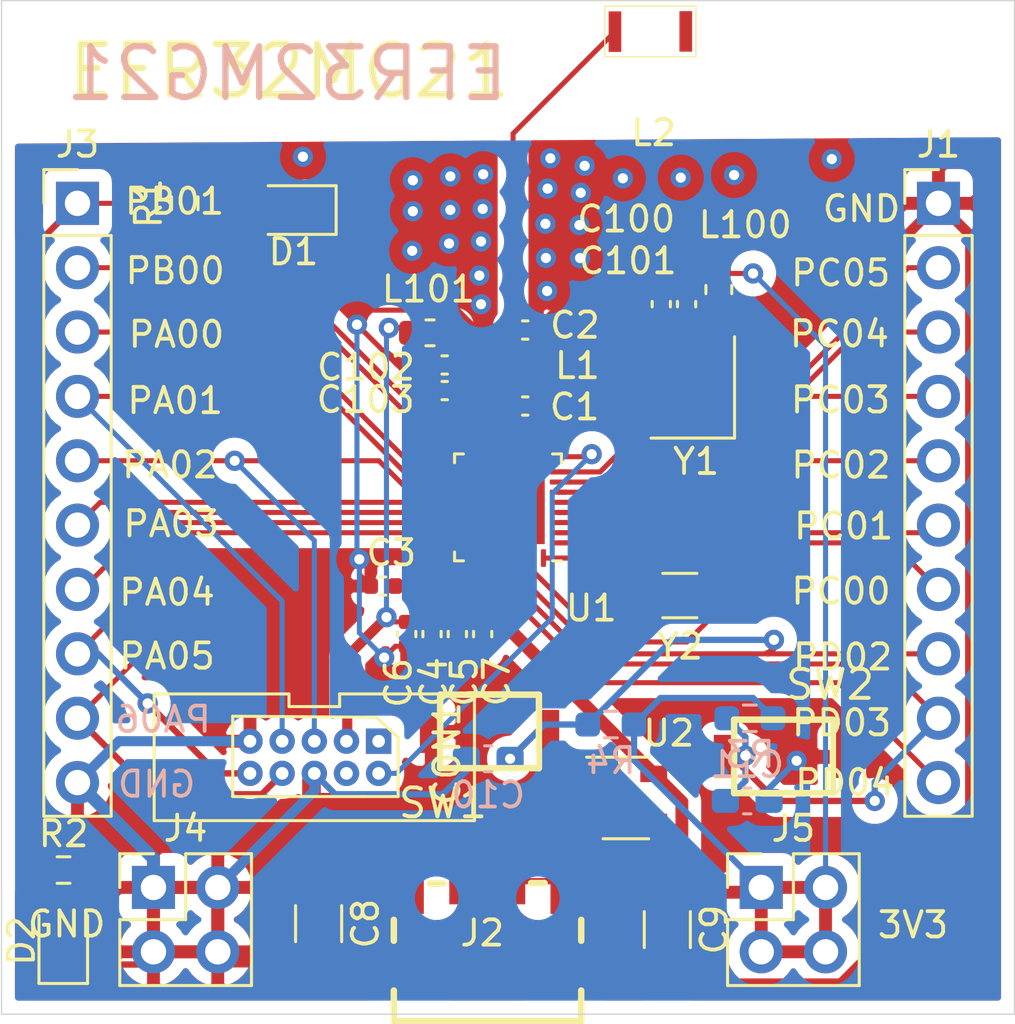
<source format=kicad_pcb>
(kicad_pcb (version 20171130) (host pcbnew "(5.1.12-1-10_14)")
  (layers (0 F.Cu signal) (31 B.Cu signal) (34 B.Paste user) (35 F.Paste user) (36 B.SilkS user) (37 F.SilkS user) (38 B.Mask user) (39 F.Mask user) (44 Edge.Cuts user))
  (net 0 "")
  (net 1 "Net-(U1-Pad32)")
  (net 2 "Net-(U1-Pad31)")
  (net 3 "Net-(U1-Pad8)")
  (net 4 "Net-(U1-Pad7)")
  (net 5 GND)
  (net 6 +3V3)
  (net 7 "Net-(C3-Pad2)")
  (net 8 "Net-(C1-Pad2)")
  (net 9 "Net-(C2-Pad2)")
  (net 10 "Net-(C100-Pad1)")
  (net 11 "Net-(C102-Pad2)")
  (net 12 PD02)
  (net 13 PD03)
  (net 14 PD04)
  (net 15 PA06)
  (net 16 PA05)
  (net 17 PA04)
  (net 18 PA03)
  (net 19 PA02)
  (net 20 PA01)
  (net 21 PA00)
  (net 22 PB00)
  (net 23 PB01)
  (net 24 RESETn)
  (net 25 PC05)
  (net 26 PC04)
  (net 27 PC03)
  (net 28 PC02)
  (net 29 PC01)
  (net 30 PC00)
  (net 31 "Net-(CON1-Pad4)")
  (net 32 "Net-(CON1-Pad1)")
  (net 33 "Net-(J2-Pad2)")
  (net 34 "Net-(J2-Pad3)")
  (net 35 "Net-(J2-Pad4)")
  (net 36 "Net-(U2-Pad4)")
  (net 37 "Net-(C8-Pad1)")
  (net 38 "Net-(D1-Pad2)")
  (net 39 "Net-(D2-Pad2)")
  (module Capacitor_SMD:C_0603_1608Metric_Pad1.08x0.95mm_HandSolder (layer B.Cu) (at 159.44596 111.58474 180)
    (fp_text reference C11 (at 0 1.43 180) (layer B.SilkS) (effects (justify mirror)))
    (fp_text value C)
    (pad 2 smd roundrect (at 0.8625 0 180) (size 1.075 0.95) (layers B.Cu B.Paste B.Mask) (net 13 PD03))
    (pad 1 smd roundrect (at -0.8625 0 180) (size 1.075 0.95) (layers B.Cu B.Paste B.Mask) (net 5 GND))
  )
  (module Capacitor_SMD:C_0603_1608Metric_Pad1.08x0.95mm_HandSolder (layer B.Cu) (at 149.21992 109.92104)
    (fp_text reference C10 (at 0 1.43) (layer B.SilkS) (effects (justify mirror)))
    (fp_text value C)
    (pad 2 smd roundrect (at 0.8625 0) (size 1.075 0.95) (layers B.Cu B.Paste B.Mask) (net 12 PD02))
    (pad 1 smd roundrect (at -0.8625 0) (size 1.075 0.95) (layers B.Cu B.Paste B.Mask) (net 5 GND))
  )
  (module mybays_connector:turtlekey (layer F.Cu) (at 160.87852 109.82706)
    (fp_text reference SW2 (at 0 -2.830322) (layer F.SilkS) (effects (font (size 1.143 1.143) (thickness 0.1524)) (justify left)))
    (fp_text value SW_Push)
    (pad 1 smd rect (at -2.29997 0) (size 0.899998 1.699997) (layers F.Cu F.Paste F.Mask) (net 13 PD03))
    (pad 2 smd rect (at 2.29997 0) (size 0.899998 1.699997) (layers F.Cu F.Paste F.Mask) (net 5 GND))
  )
  (module mybays_connector:turtlekey (layer F.Cu) (at 149.27072 108.84154 180)
    (fp_text reference SW1 (at 0 -2.830322) (layer F.SilkS) (effects (font (size 1.143 1.143) (thickness 0.1524)) (justify right)))
    (fp_text value SW_Push)
    (pad 1 smd rect (at -2.29997 0 180) (size 0.899998 1.699997) (layers F.Cu F.Paste F.Mask) (net 12 PD02))
    (pad 2 smd rect (at 2.29997 0 180) (size 0.899998 1.699997) (layers F.Cu F.Paste F.Mask) (net 5 GND))
  )
  (module Resistor_SMD:R_0603_1608Metric_Pad0.98x0.95mm_HandSolder (layer B.Cu) (at 154.0637 108.56976)
    (fp_text reference R4 (at 0 1.43) (layer B.SilkS) (effects (justify mirror)))
    (fp_text value R_US)
    (pad 2 smd roundrect (at 0.9125 0) (size 0.975 0.95) (layers B.Cu B.Paste B.Mask) (net 6 +3V3))
    (pad 1 smd roundrect (at -0.9125 0) (size 0.975 0.95) (layers B.Cu B.Paste B.Mask) (net 12 PD02))
  )
  (module Resistor_SMD:R_0603_1608Metric_Pad0.98x0.95mm_HandSolder (layer B.Cu) (at 159.5501 108.32338)
    (fp_text reference R3 (at 0 1.43 180) (layer B.SilkS) (effects (justify mirror)))
    (fp_text value R_US)
    (pad 2 smd roundrect (at 0.9125 0) (size 0.975 0.95) (layers B.Cu B.Paste B.Mask) (net 6 +3V3))
    (pad 1 smd roundrect (at -0.9125 0) (size 0.975 0.95) (layers B.Cu B.Paste B.Mask) (net 13 PD03))
  )
  (module Resistor_SMD:R_0603_1608Metric_Pad0.98x0.95mm_HandSolder (layer F.Cu) (at 132.45084 114.3127)
    (fp_text reference R2 (at 0 -1.43) (layer F.SilkS))
    (fp_text value R_US)
    (pad 2 smd roundrect (at 0.9125 0) (size 0.975 0.95) (layers F.Cu F.Paste F.Mask) (net 39 "Net-(D2-Pad2)"))
    (pad 1 smd roundrect (at -0.9125 0) (size 0.975 0.95) (layers F.Cu F.Paste F.Mask) (net 23 PB01))
  )
  (module Resistor_SMD:R_0603_1608Metric_Pad0.98x0.95mm_HandSolder (layer F.Cu) (at 137.2362 87.9983 90)
    (fp_text reference R1 (at 0 -1.43 90) (layer F.SilkS))
    (fp_text value R_US)
    (pad 2 smd roundrect (at 0.9125 0 90) (size 0.975 0.95) (layers F.Cu F.Paste F.Mask) (net 38 "Net-(D1-Pad2)"))
    (pad 1 smd roundrect (at -0.9125 0 90) (size 0.975 0.95) (layers F.Cu F.Paste F.Mask) (net 22 PB00))
  )
  (module LED_SMD:LED_0805_2012Metric (layer F.Cu) (at 132.43814 117.10416 90)
    (fp_text reference D2 (at 0 -1.65 90) (layer F.SilkS))
    (fp_text value LED)
    (pad 2 smd roundrect (at 0.9375 0 90) (size 0.975 1.4) (layers F.Cu F.Paste F.Mask) (net 39 "Net-(D2-Pad2)"))
    (pad 1 smd roundrect (at -0.9375 0 90) (size 0.975 1.4) (layers F.Cu F.Paste F.Mask) (net 5 GND))
  )
  (module LED_SMD:LED_0805_2012Metric (layer F.Cu) (at 141.52856 88.265 180)
    (fp_text reference D1 (at 0 -1.65) (layer F.SilkS))
    (fp_text value LED)
    (pad 2 smd roundrect (at 0.9375 0 180) (size 0.975 1.4) (layers F.Cu F.Paste F.Mask) (net 38 "Net-(D1-Pad2)"))
    (pad 1 smd roundrect (at -0.9375 0 180) (size 0.975 1.4) (layers F.Cu F.Paste F.Mask) (net 5 GND))
  )
  (module Capacitor_SMD:C_1206_3216Metric (layer F.Cu) (at 156.29128 116.66474 270)
    (fp_text reference C9 (at 0 -1.85 90) (layer F.SilkS))
    (fp_text value C)
    (pad 2 smd roundrect (at 1.475 0 270) (size 1.15 1.8) (layers F.Cu F.Paste F.Mask) (roundrect_rratio 0.2173904347826087) (net 5 GND))
    (pad 1 smd roundrect (at -1.475 0 270) (size 1.15 1.8) (layers F.Cu F.Paste F.Mask) (roundrect_rratio 0.2173904347826087) (net 6 +3V3))
  )
  (module Capacitor_SMD:C_1206_3216Metric (layer F.Cu) (at 142.52194 116.42852 270)
    (fp_text reference C8 (at 0 -1.85 90) (layer F.SilkS))
    (fp_text value C)
    (pad 2 smd roundrect (at 1.475 0 270) (size 1.15 1.8) (layers F.Cu F.Paste F.Mask) (roundrect_rratio 0.2173904347826087) (net 5 GND))
    (pad 1 smd roundrect (at -1.475 0 270) (size 1.15 1.8) (layers F.Cu F.Paste F.Mask) (roundrect_rratio 0.2173904347826087) (net 37 "Net-(C8-Pad1)"))
  )
  (module Connector_PinHeader_2.54mm:PinHeader_2x02_P2.54mm_Vertical (layer F.Cu) (at 160 115)
    (fp_text reference J5 (at 1.27 -2.33) (layer F.SilkS))
    (fp_text value Conn_02x02_Counter_Clockwise)
    (pad 4 thru_hole oval (at 2.54 2.54) (size 1.7 1.7) (drill 1) (layers *.Cu *.Mask) (net 6 +3V3))
    (pad 3 thru_hole oval (at 0 2.54) (size 1.7 1.7) (drill 1) (layers *.Cu *.Mask) (net 6 +3V3))
    (pad 2 thru_hole oval (at 2.54 0) (size 1.7 1.7) (drill 1) (layers *.Cu *.Mask) (net 6 +3V3))
    (pad 1 thru_hole rect (at 0 0) (size 1.7 1.7) (drill 1) (layers *.Cu *.Mask) (net 6 +3V3))
  )
  (module Connector_PinHeader_2.54mm:PinHeader_2x02_P2.54mm_Vertical (layer F.Cu) (at 136 115)
    (fp_text reference J4 (at 1.27 -2.33) (layer F.SilkS))
    (fp_text value Conn_02x02_Counter_Clockwise)
    (pad 4 thru_hole oval (at 2.54 2.54) (size 1.7 1.7) (drill 1) (layers *.Cu *.Mask) (net 5 GND))
    (pad 3 thru_hole oval (at 0 2.54) (size 1.7 1.7) (drill 1) (layers *.Cu *.Mask) (net 5 GND))
    (pad 2 thru_hole oval (at 2.54 0) (size 1.7 1.7) (drill 1) (layers *.Cu *.Mask) (net 5 GND))
    (pad 1 thru_hole rect (at 0 0) (size 1.7 1.7) (drill 1) (layers *.Cu *.Mask) (net 5 GND))
  )
  (module Connector_PinHeader_2.54mm:PinHeader_1x10_P2.54mm_Vertical (layer F.Cu) (at 133 88)
    (fp_text reference J3 (at 0 -2.33) (layer F.SilkS))
    (fp_text value Conn_01x10)
    (pad 10 thru_hole oval (at 0 22.86) (size 1.7 1.7) (drill 1) (layers *.Cu *.Mask) (net 5 GND))
    (pad 9 thru_hole oval (at 0 20.32) (size 1.7 1.7) (drill 1) (layers *.Cu *.Mask) (net 15 PA06))
    (pad 8 thru_hole oval (at 0 17.78) (size 1.7 1.7) (drill 1) (layers *.Cu *.Mask) (net 16 PA05))
    (pad 7 thru_hole oval (at 0 15.24) (size 1.7 1.7) (drill 1) (layers *.Cu *.Mask) (net 17 PA04))
    (pad 6 thru_hole oval (at 0 12.7) (size 1.7 1.7) (drill 1) (layers *.Cu *.Mask) (net 18 PA03))
    (pad 5 thru_hole oval (at 0 10.16) (size 1.7 1.7) (drill 1) (layers *.Cu *.Mask) (net 19 PA02))
    (pad 4 thru_hole oval (at 0 7.62) (size 1.7 1.7) (drill 1) (layers *.Cu *.Mask) (net 20 PA01))
    (pad 3 thru_hole oval (at 0 5.08) (size 1.7 1.7) (drill 1) (layers *.Cu *.Mask) (net 21 PA00))
    (pad 2 thru_hole oval (at 0 2.54) (size 1.7 1.7) (drill 1) (layers *.Cu *.Mask) (net 22 PB00))
    (pad 1 thru_hole rect (at 0 0) (size 1.7 1.7) (drill 1) (layers *.Cu *.Mask) (net 23 PB01))
  )
  (module Package_TO_SOT_SMD:SOT-23-5 (layer F.Cu) (at 154.65552 111.4679)
    (fp_text reference U2 (at 1.69418 -2.55524) (layer F.SilkS))
    (fp_text value TLV70033_SOT23-5)
    (pad 5 smd rect (at 1.1 -0.95) (size 1.06 0.65) (layers F.Cu F.Paste F.Mask) (net 6 +3V3))
    (pad 4 smd rect (at 1.1 0.95) (size 1.06 0.65) (layers F.Cu F.Paste F.Mask) (net 36 "Net-(U2-Pad4)"))
    (pad 3 smd rect (at -1.1 0.95) (size 1.06 0.65) (layers F.Cu F.Paste F.Mask) (net 37 "Net-(C8-Pad1)"))
    (pad 2 smd rect (at -1.1 0) (size 1.06 0.65) (layers F.Cu F.Paste F.Mask) (net 5 GND))
    (pad 1 smd rect (at -1.1 -0.95) (size 1.06 0.65) (layers F.Cu F.Paste F.Mask) (net 37 "Net-(C8-Pad1)"))
  )
  (module mybays_connector:MICRO-USB_MICRO-USB-17 (layer F.Cu) (at 149.17674 116.42598 180)
    (fp_text reference J2 (at 0.19304 -0.37592) (layer F.SilkS))
    (fp_text value microusb)
    (pad 0 smd rect (at 3.24993 1.080516 180) (size 1.499997 1.400048) (layers F.Cu F.Paste F.Mask) (net 5 GND))
    (pad 0 smd rect (at -3.24993 1.080516 180) (size 1.499997 1.400048) (layers F.Cu F.Paste F.Mask) (net 5 GND))
    (pad 0 smd rect (at 3.074922 -1.660398) (size 2.5 1.499997) (layers F.Cu F.Paste F.Mask) (net 5 GND))
    (pad 0 smd rect (at -3.074922 -1.660398 90) (size 1.499997 2.5) (layers F.Cu F.Paste F.Mask) (net 5 GND))
    (pad 1 smd rect (at 1.296416 1.660652 270) (size 1.799996 0.399999) (layers F.Cu F.Paste F.Mask) (net 37 "Net-(C8-Pad1)"))
    (pad 2 smd rect (at 0.646176 1.660652 270) (size 1.799996 0.399999) (layers F.Cu F.Paste F.Mask) (net 33 "Net-(J2-Pad2)"))
    (pad 3 smd rect (at -0.004064 1.660652 270) (size 1.799996 0.399999) (layers F.Cu F.Paste F.Mask) (net 34 "Net-(J2-Pad3)"))
    (pad 4 smd rect (at -0.654304 1.660652 270) (size 1.799996 0.399999) (layers F.Cu F.Paste F.Mask) (net 35 "Net-(J2-Pad4)"))
    (pad 5 smd rect (at -1.304544 1.660652 270) (size 1.799996 0.399999) (layers F.Cu F.Paste F.Mask) (net 5 GND))
    (pad "" np_thru_hole circle (at 1.9939 0.999236 180) (size 0.700024 0.700024) (drill 0.700024) (layers *.Cu *.Mask))
    (pad "" np_thru_hole circle (at -2.00406 0.999236 180) (size 0.700024 0.700024) (drill 0.700024) (layers *.Cu *.Mask))
  )
  (module Connector_PinHeader_2.54mm:PinHeader_1x10_P2.54mm_Vertical (layer F.Cu) (at 167 88)
    (fp_text reference J1 (at 0 -2.33) (layer F.SilkS))
    (fp_text value Conn_01x10)
    (pad 10 thru_hole oval (at 0 22.86) (size 1.7 1.7) (drill 1) (layers *.Cu *.Mask) (net 14 PD04))
    (pad 9 thru_hole oval (at 0 20.32) (size 1.7 1.7) (drill 1) (layers *.Cu *.Mask) (net 13 PD03))
    (pad 8 thru_hole oval (at 0 17.78) (size 1.7 1.7) (drill 1) (layers *.Cu *.Mask) (net 12 PD02))
    (pad 7 thru_hole oval (at 0 15.24) (size 1.7 1.7) (drill 1) (layers *.Cu *.Mask) (net 30 PC00))
    (pad 6 thru_hole oval (at 0 12.7) (size 1.7 1.7) (drill 1) (layers *.Cu *.Mask) (net 29 PC01))
    (pad 5 thru_hole oval (at 0 10.16) (size 1.7 1.7) (drill 1) (layers *.Cu *.Mask) (net 28 PC02))
    (pad 4 thru_hole oval (at 0 7.62) (size 1.7 1.7) (drill 1) (layers *.Cu *.Mask) (net 27 PC03))
    (pad 3 thru_hole oval (at 0 5.08) (size 1.7 1.7) (drill 1) (layers *.Cu *.Mask) (net 26 PC04))
    (pad 2 thru_hole oval (at 0 2.54) (size 1.7 1.7) (drill 1) (layers *.Cu *.Mask) (net 25 PC05))
    (pad 1 thru_hole rect (at 0 0) (size 1.7 1.7) (drill 1) (layers *.Cu *.Mask) (net 5 GND))
  )
  (module mybays_connector:ANT3216-2.4G (layer F.Cu) (at 154.02306 82.0166)
    (fp_text reference L2 (at 1.7272 3.2004) (layer F.SilkS))
    (fp_text value AN3216)
    (pad "" smd rect (at 2.997454 -0.80264) (size 0.499999 1.599997) (layers F.Cu F.Paste F.Mask))
    (pad 1 smd rect (at 0.20066 -0.79248) (size 0.499999 1.599997) (layers F.Cu F.Paste F.Mask) (net 9 "Net-(C2-Pad2)"))
  )
  (module mybays_connector:debugger_2x05_P1.27mm_Vertical (layer F.Cu) (at 142.35176 109.86262 270)
    (fp_text reference CON1 (at -0.15 -5.24 90) (layer F.SilkS))
    (fp_text value CORTEX-DEBUGGER)
    (pad 9 thru_hole oval (at -0.635 2.54 270) (size 1 1) (drill 0.5) (layers *.Cu *.Mask) (net 5 GND))
    (pad 10 thru_hole oval (at 0.635 2.54 270) (size 1 1) (drill 0.5) (layers *.Cu *.Mask) (net 16 PA05))
    (pad 7 thru_hole oval (at -0.635 1.27 270) (size 1 1) (drill 0.5) (layers *.Cu *.Mask) (net 20 PA01))
    (pad 8 thru_hole oval (at 0.635 1.27 270) (size 1 1) (drill 0.5) (layers *.Cu *.Mask) (net 15 PA06))
    (pad 5 thru_hole oval (at -0.635 0 270) (size 1 1) (drill 0.5) (layers *.Cu *.Mask) (net 19 PA02))
    (pad 6 thru_hole oval (at 0.635 0 270) (size 1 1) (drill 0.5) (layers *.Cu *.Mask) (net 5 GND))
    (pad 3 thru_hole oval (at -0.635 -1.27 270) (size 1 1) (drill 0.5) (layers *.Cu *.Mask) (net 6 +3V3))
    (pad 4 thru_hole oval (at 0.635 -1.27 270) (size 1 1) (drill 0.5) (layers *.Cu *.Mask) (net 31 "Net-(CON1-Pad4)"))
    (pad 2 thru_hole oval (at 0.635 -2.54 270) (size 1 1) (drill 0.5) (layers *.Cu *.Mask) (net 24 RESETn))
    (pad 1 thru_hole rect (at -0.635 -2.54 270) (size 1 1) (drill 0.5) (layers *.Cu *.Mask) (net 32 "Net-(CON1-Pad1)"))
  )
  (module Crystal:Crystal_SMD_3215-2Pin_3.2x1.5mm (layer F.Cu) (at 156.78658 103.4796 180)
    (fp_text reference Y2 (at 0 -2) (layer F.SilkS))
    (fp_text value 32.768k)
    (pad 2 smd rect (at -1.25 0 180) (size 1 1.8) (layers F.Cu F.Paste F.Mask) (net 2 "Net-(U1-Pad31)"))
    (pad 1 smd rect (at 1.25 0 180) (size 1 1.8) (layers F.Cu F.Paste F.Mask) (net 1 "Net-(U1-Pad32)"))
  )
  (module Capacitor_SMD:C_0402_1005Metric (layer F.Cu) (at 147.5 95.39)
    (fp_text reference C103 (at -3.12132 0.35784) (layer F.SilkS))
    (fp_text value 12p)
    (pad 2 smd roundrect (at 0.48 0) (size 0.56 0.62) (layers F.Cu F.Paste F.Mask) (net 11 "Net-(C102-Pad2)"))
    (pad 1 smd roundrect (at -0.48 0) (size 0.56 0.62) (layers F.Cu F.Paste F.Mask) (net 5 GND))
  )
  (module Capacitor_SMD:C_0402_1005Metric (layer F.Cu) (at 147.5 94.37878)
    (fp_text reference C102 (at -3.10862 0.0889) (layer F.SilkS))
    (fp_text value 47n)
    (pad 2 smd roundrect (at 0.48 0) (size 0.56 0.62) (layers F.Cu F.Paste F.Mask) (net 11 "Net-(C102-Pad2)"))
    (pad 1 smd roundrect (at -0.48 0) (size 0.56 0.62) (layers F.Cu F.Paste F.Mask) (net 5 GND))
  )
  (module Capacitor_SMD:C_0402_1005Metric (layer F.Cu) (at 156.05232 91.9774 90)
    (fp_text reference C101 (at 1.7058 -1.32568 180) (layer F.SilkS))
    (fp_text value 12p)
    (pad 2 smd roundrect (at 0.48 0 90) (size 0.56 0.62) (layers F.Cu F.Paste F.Mask) (net 5 GND))
    (pad 1 smd roundrect (at -0.48 0 90) (size 0.56 0.62) (layers F.Cu F.Paste F.Mask) (net 10 "Net-(C100-Pad1)"))
  )
  (module Capacitor_SMD:C_0402_1005Metric (layer F.Cu) (at 157.05232 91.9774 90)
    (fp_text reference C100 (at 3.3568 -2.38156 180) (layer F.SilkS))
    (fp_text value 47n)
    (pad 2 smd roundrect (at 0.48 0 90) (size 0.56 0.62) (layers F.Cu F.Paste F.Mask) (net 5 GND))
    (pad 1 smd roundrect (at -0.48 0 90) (size 0.56 0.62) (layers F.Cu F.Paste F.Mask) (net 10 "Net-(C100-Pad1)"))
  )
  (module Capacitor_SMD:C_0402_1005Metric (layer F.Cu) (at 149 105 90)
    (fp_text reference C7 (at -1.87304 0.55012 90) (layer F.SilkS))
    (fp_text value 1u)
    (pad 2 smd roundrect (at 0.48 0 90) (size 0.56 0.62) (layers F.Cu F.Paste F.Mask) (net 6 +3V3))
    (pad 1 smd roundrect (at -0.48 0 90) (size 0.56 0.62) (layers F.Cu F.Paste F.Mask) (net 5 GND))
  )
  (module Capacitor_SMD:C_0402_1005Metric (layer F.Cu) (at 146 105 90)
    (fp_text reference C6 (at -1.92638 -0.331 90) (layer F.SilkS))
    (fp_text value 1u)
    (pad 2 smd roundrect (at 0.48 0 90) (size 0.56 0.62) (layers F.Cu F.Paste F.Mask) (net 6 +3V3))
    (pad 1 smd roundrect (at -0.48 0 90) (size 0.56 0.62) (layers F.Cu F.Paste F.Mask) (net 5 GND))
  )
  (module Capacitor_SMD:C_0402_1005Metric (layer F.Cu) (at 148 105 90)
    (fp_text reference C5 (at -1.88574 0.2725 90) (layer F.SilkS))
    (fp_text value 1u)
    (pad 2 smd roundrect (at 0.48 0 90) (size 0.56 0.62) (layers F.Cu F.Paste F.Mask) (net 6 +3V3))
    (pad 1 smd roundrect (at -0.48 0 90) (size 0.56 0.62) (layers F.Cu F.Paste F.Mask) (net 5 GND))
  )
  (module Capacitor_SMD:C_0402_1005Metric (layer F.Cu) (at 147 105 90)
    (fp_text reference C4 (at -1.89336 0.066 90) (layer F.SilkS))
    (fp_text value 1u)
    (pad 2 smd roundrect (at 0.48 0 90) (size 0.56 0.62) (layers F.Cu F.Paste F.Mask) (net 6 +3V3))
    (pad 1 smd roundrect (at -0.48 0 90) (size 0.56 0.62) (layers F.Cu F.Paste F.Mask) (net 5 GND))
  )
  (module Capacitor_SMD:C_0402_1005Metric (layer F.Cu) (at 145.06702 103.10368)
    (fp_text reference C3 (at 0.32512 -1.3081) (layer F.SilkS))
    (fp_text value 1u)
    (pad 2 smd roundrect (at 0.48 0) (size 0.56 0.62) (layers F.Cu F.Paste F.Mask) (net 7 "Net-(C3-Pad2)"))
    (pad 1 smd roundrect (at -0.48 0) (size 0.56 0.62) (layers F.Cu F.Paste F.Mask) (net 5 GND))
  )
  (module Inductor_SMD:L_0603_1608Metric (layer F.Cu) (at 158.32582 91.40444 270)
    (fp_text reference L100 (at -2.55524 -1.0414 180) (layer F.SilkS))
    (fp_text value 9.1nH)
    (pad 2 smd roundrect (at 0.7875 0 270) (size 0.875 0.95) (layers F.Cu F.Paste F.Mask) (net 10 "Net-(C100-Pad1)"))
    (pad 1 smd roundrect (at -0.7875 0 270) (size 0.875 0.95) (layers F.Cu F.Paste F.Mask) (net 6 +3V3))
  )
  (module Capacitor_SMD:C_0402_1005Metric (layer F.Cu) (at 150.68 93 180)
    (fp_text reference C2 (at -1.96384 0.1884) (layer F.SilkS))
    (fp_text value 1p3)
    (pad 2 smd roundrect (at 0.48 0 180) (size 0.56 0.62) (layers F.Cu F.Paste F.Mask) (net 9 "Net-(C2-Pad2)"))
    (pad 1 smd roundrect (at -0.48 0 180) (size 0.56 0.62) (layers F.Cu F.Paste F.Mask) (net 5 GND))
  )
  (module Capacitor_SMD:C_0402_1005Metric (layer F.Cu) (at 150.68 96 180)
    (fp_text reference C1 (at -1.95114 -0.0374) (layer F.SilkS))
    (fp_text value 1p2)
    (pad 2 smd roundrect (at 0.48 0 180) (size 0.56 0.62) (layers F.Cu F.Paste F.Mask) (net 8 "Net-(C1-Pad2)"))
    (pad 1 smd roundrect (at -0.48 0 180) (size 0.56 0.62) (layers F.Cu F.Paste F.Mask) (net 5 GND))
  )
  (module Inductor_SMD:L_0402_1005Metric (layer F.Cu) (at 150.2 94.5 270)
    (fp_text reference L1 (at -0.09328 -2.54036 180) (layer F.SilkS))
    (fp_text value 2n6)
    (pad 2 smd roundrect (at 0.485 0 270) (size 0.59 0.64) (layers F.Cu F.Paste F.Mask) (net 8 "Net-(C1-Pad2)"))
    (pad 1 smd roundrect (at -0.485 0 270) (size 0.59 0.64) (layers F.Cu F.Paste F.Mask) (net 9 "Net-(C2-Pad2)"))
  )
  (module Inductor_SMD:L_0603_1608Metric (layer F.Cu) (at 146.92122 93.11132)
    (fp_text reference L101 (at -0.06604 -1.72466) (layer F.SilkS))
    (fp_text value 9n1)
    (pad 2 smd roundrect (at 0.7875 0) (size 0.875 0.95) (layers F.Cu F.Paste F.Mask) (net 11 "Net-(C102-Pad2)"))
    (pad 1 smd roundrect (at -0.7875 0) (size 0.875 0.95) (layers F.Cu F.Paste F.Mask) (net 6 +3V3))
  )
  (module Crystal:Crystal_SMD_3225-4Pin_3.2x2.5mm (layer F.Cu) (at 157.29712 95.26524 90)
    (fp_text reference Y1 (at -2.92354 0.13208 180) (layer F.SilkS))
    (fp_text value 38.4MHz)
    (pad 4 smd rect (at -1.1 -0.85 90) (size 1.4 1.2) (layers F.Cu F.Paste F.Mask) (net 5 GND))
    (pad 3 smd rect (at 1.1 -0.85 90) (size 1.4 1.2) (layers F.Cu F.Paste F.Mask) (net 3 "Net-(U1-Pad8)"))
    (pad 2 smd rect (at 1.1 0.85 90) (size 1.4 1.2) (layers F.Cu F.Paste F.Mask) (net 5 GND))
    (pad 1 smd rect (at -1.1 0.85 90) (size 1.4 1.2) (layers F.Cu F.Paste F.Mask) (net 4 "Net-(U1-Pad7)"))
  )
  (module Package_DFN_QFN:QFN-32-1EP_4x4mm_P0.4mm_EP2.9x2.9mm (layer F.Cu) (at 150 100 180)
    (fp_text reference U1 (at -3.28646 -3.97744) (layer F.SilkS))
    (fp_text value EFR32MG21A020F768IM32-BR)
    (pad 33 smd rect (at 0 0 180) (size 2.9 2.9) (layers F.Cu F.Mask) (net 5 GND))
    (pad 32 smd roundrect (at -1.4 -2 180) (size 0.2 0.7) (layers F.Cu F.Paste F.Mask) (net 1 "Net-(U1-Pad32)"))
    (pad 31 smd roundrect (at -1 -2 180) (size 0.2 0.7) (layers F.Cu F.Paste F.Mask) (net 2 "Net-(U1-Pad31)"))
    (pad 30 smd roundrect (at -0.6 -2 180) (size 0.2 0.7) (layers F.Cu F.Paste F.Mask) (net 12 PD02))
    (pad 29 smd roundrect (at -0.2 -2 180) (size 0.2 0.7) (layers F.Cu F.Paste F.Mask) (net 13 PD03))
    (pad 28 smd roundrect (at 0.2 -2 180) (size 0.2 0.7) (layers F.Cu F.Paste F.Mask) (net 14 PD04))
    (pad 27 smd roundrect (at 0.6 -2 180) (size 0.2 0.7) (layers F.Cu F.Paste F.Mask) (net 6 +3V3))
    (pad 26 smd roundrect (at 1 -2 180) (size 0.2 0.7) (layers F.Cu F.Paste F.Mask) (net 6 +3V3))
    (pad 25 smd roundrect (at 1.4 -2 180) (size 0.2 0.7) (layers F.Cu F.Paste F.Mask) (net 6 +3V3))
    (pad 24 smd roundrect (at 2 -1.4 180) (size 0.7 0.2) (layers F.Cu F.Paste F.Mask) (net 7 "Net-(C3-Pad2)"))
    (pad 23 smd roundrect (at 2 -1 180) (size 0.7 0.2) (layers F.Cu F.Paste F.Mask) (net 15 PA06))
    (pad 22 smd roundrect (at 2 -0.6 180) (size 0.7 0.2) (layers F.Cu F.Paste F.Mask) (net 16 PA05))
    (pad 21 smd roundrect (at 2 -0.2 180) (size 0.7 0.2) (layers F.Cu F.Paste F.Mask) (net 17 PA04))
    (pad 20 smd roundrect (at 2 0.2 180) (size 0.7 0.2) (layers F.Cu F.Paste F.Mask) (net 18 PA03))
    (pad 19 smd roundrect (at 2 0.6 180) (size 0.7 0.2) (layers F.Cu F.Paste F.Mask) (net 19 PA02))
    (pad 18 smd roundrect (at 2 1 180) (size 0.7 0.2) (layers F.Cu F.Paste F.Mask) (net 20 PA01))
    (pad 17 smd roundrect (at 2 1.4 180) (size 0.7 0.2) (layers F.Cu F.Paste F.Mask) (net 21 PA00))
    (pad 16 smd roundrect (at 1.4 2 180) (size 0.2 0.7) (layers F.Cu F.Paste F.Mask) (net 22 PB00))
    (pad 15 smd roundrect (at 1 2 180) (size 0.2 0.7) (layers F.Cu F.Paste F.Mask) (net 23 PB01))
    (pad 14 smd roundrect (at 0.6 2 180) (size 0.2 0.7) (layers F.Cu F.Paste F.Mask) (net 11 "Net-(C102-Pad2)"))
    (pad 13 smd roundrect (at 0.2 2 180) (size 0.2 0.7) (layers F.Cu F.Paste F.Mask) (net 5 GND))
    (pad 12 smd roundrect (at -0.2 2 180) (size 0.2 0.7) (layers F.Cu F.Paste F.Mask) (net 8 "Net-(C1-Pad2)"))
    (pad 11 smd roundrect (at -0.6 2 180) (size 0.2 0.7) (layers F.Cu F.Paste F.Mask) (net 5 GND))
    (pad 10 smd roundrect (at -1 2 180) (size 0.2 0.7) (layers F.Cu F.Paste F.Mask) (net 10 "Net-(C100-Pad1)"))
    (pad 9 smd roundrect (at -1.4 2 180) (size 0.2 0.7) (layers F.Cu F.Paste F.Mask) (net 24 RESETn))
    (pad 8 smd roundrect (at -2 1.4 180) (size 0.7 0.2) (layers F.Cu F.Paste F.Mask) (net 3 "Net-(U1-Pad8)"))
    (pad 7 smd roundrect (at -2 1 180) (size 0.7 0.2) (layers F.Cu F.Paste F.Mask) (net 4 "Net-(U1-Pad7)"))
    (pad 6 smd roundrect (at -2 0.6 180) (size 0.7 0.2) (layers F.Cu F.Paste F.Mask) (net 25 PC05))
    (pad 5 smd roundrect (at -2 0.2 180) (size 0.7 0.2) (layers F.Cu F.Paste F.Mask) (net 26 PC04))
    (pad 4 smd roundrect (at -2 -0.2 180) (size 0.7 0.2) (layers F.Cu F.Paste F.Mask) (net 27 PC03))
    (pad 3 smd roundrect (at -2 -0.6 180) (size 0.7 0.2) (layers F.Cu F.Paste F.Mask) (net 28 PC02))
    (pad 2 smd roundrect (at -2 -1 180) (size 0.7 0.2) (layers F.Cu F.Paste F.Mask) (net 29 PC01))
    (pad 1 smd roundrect (at -2 -1.4 180) (size 0.7 0.2) (layers F.Cu F.Paste F.Mask) (net 30 PC00))
  )
  (gr_text EFR32MG21 (at 141.36 82.79) (layer F.SilkS) (effects (font (size 2 2) (thickness 0.25))))
  (gr_text EFR32MG21 (at 141.27 82.89) (layer B.SilkS) (effects (font (size 2 2) (thickness 0.25)) (justify mirror)))
  (gr_text 3V3 (at 165.99408 116.47932) (layer F.SilkS) (effects (font (size 1 1))))
  (gr_text GND (at 132.57276 116.4463) (layer F.SilkS) (effects (font (size 1 1))))
  (gr_text GND (at 136.12622 110.92688) (layer B.SilkS) (effects (font (size 1 1)) (justify mirror)))
  (gr_text PA06 (at 136.37768 108.3691) (layer B.SilkS) (effects (font (size 1 1)) (justify mirror)))
  (gr_text PA05 (at 136.5377 105.87228) (layer F.SilkS) (effects (font (size 1 1))))
  (gr_text PA04 (at 136.5377 103.35514) (layer F.SilkS) (effects (font (size 1 1))))
  (gr_text PA03 (at 136.69772 100.65258) (layer F.SilkS) (effects (font (size 1 1))))
  (gr_text PA02 (at 136.64946 98.32594) (layer F.SilkS) (effects (font (size 1 1))))
  (gr_text PA01 (at 136.85774 95.78848) (layer F.SilkS) (effects (font (size 1 1))))
  (gr_text PA00 (at 136.90854 93.17482) (layer F.SilkS) (effects (font (size 1 1))))
  (gr_text PB00 (at 136.85774 90.6653) (layer F.SilkS) (effects (font (size 1 1))))
  (gr_text PB01 (at 136.83234 87.9221) (layer F.SilkS) (effects (font (size 1 1))))
  (gr_text PD04 (at 163.30168 110.86592) (layer F.SilkS) (effects (font (size 1 1))))
  (gr_text PD03 (at 163.17468 108.50372) (layer F.SilkS) (effects (font (size 1 1))))
  (gr_text PD02 (at 163.21532 105.90784) (layer F.SilkS) (effects (font (size 1 1))))
  (gr_text PC00 (at 163.15182 103.30942) (layer F.SilkS) (effects (font (size 1 1))))
  (gr_text PC01 (at 163.25596 100.73894) (layer F.SilkS) (effects (font (size 1 1))))
  (gr_text PC02 (at 163.14928 98.3361) (layer F.SilkS) (effects (font (size 1 1))))
  (gr_text PC03 (at 163.12896 95.76054) (layer F.SilkS) (effects (font (size 1 1))))
  (gr_text PC04 (at 163.08832 93.15704) (layer F.SilkS) (effects (font (size 1 1))))
  (gr_text PC05 (at 163.13912 90.75166) (layer F.SilkS) (effects (font (size 1 1))))
  (gr_text GND (at 163.96208 88.21674) (layer F.SilkS) (effects (font (size 1 1))))
  (gr_line (start 130 120) (end 130 80) (layer Edge.Cuts) (width 0.05))
  (gr_line (start 170 120) (end 130 120) (layer Edge.Cuts) (width 0.05))
  (gr_line (start 170 80) (end 170 120) (layer Edge.Cuts) (width 0.05))
  (gr_line (start 130 80) (end 170 80) (layer Edge.Cuts) (width 0.05))
  (segment (start 154.05698 102) (end 155.53658 103.4796) (width 0.2) (layer F.Cu) (net 1))
  (segment (start 151.4 102) (end 154.05698 102) (width 0.2) (layer F.Cu) (net 1))
  (segment (start 151 102) (end 151 102.4606) (width 0.2) (layer F.Cu) (net 2))
  (segment (start 151 102) (end 151 102.52918) (width 0.2) (layer F.Cu) (net 2))
  (segment (start 151 102.52918) (end 153.150421 104.679601) (width 0.2) (layer F.Cu) (net 2))
  (segment (start 153.150421 104.679601) (end 153.150421 104.684681) (width 0.2) (layer F.Cu) (net 2))
  (segment (start 153.150421 104.684681) (end 153.77668 105.31094) (width 0.2) (layer F.Cu) (net 2))
  (segment (start 153.77668 105.31094) (end 157.06344 105.31094) (width 0.2) (layer F.Cu) (net 2))
  (segment (start 158.03658 104.3378) (end 158.03658 103.4796) (width 0.2) (layer F.Cu) (net 2))
  (segment (start 157.06344 105.31094) (end 158.03658 104.3378) (width 0.2) (layer F.Cu) (net 2))
  (segment (start 152 98.6) (end 153.63724 98.6) (width 0.2) (layer F.Cu) (net 3))
  (segment (start 153.63724 98.6) (end 155.32862 96.90862) (width 0.2) (layer F.Cu) (net 3))
  (segment (start 155.547119 95.065241) (end 156.44712 94.16524) (width 0.2) (layer F.Cu) (net 3))
  (segment (start 155.32862 96.0501) (end 155.547119 95.831601) (width 0.2) (layer F.Cu) (net 3))
  (segment (start 155.547119 95.831601) (end 155.547119 95.065241) (width 0.2) (layer F.Cu) (net 3))
  (segment (start 155.32862 96.90862) (end 155.32862 96.0501) (width 0.2) (layer F.Cu) (net 3))
  (segment (start 158.14712 97.26524) (end 158.14712 96.36524) (width 0.2) (layer F.Cu) (net 4))
  (segment (start 156.41236 99) (end 158.14712 97.26524) (width 0.2) (layer F.Cu) (net 4))
  (segment (start 152 99) (end 156.41236 99) (width 0.2) (layer F.Cu) (net 4))
  (segment (start 150.6 96.53227) (end 151.13227 96) (width 0.2) (layer F.Cu) (net 5))
  (segment (start 151.13227 96) (end 151.16 96) (width 0.2) (layer F.Cu) (net 5))
  (segment (start 150.6 98) (end 150.6 96.53227) (width 0.2) (layer F.Cu) (net 5))
  (segment (start 149.8 99.8) (end 150 100) (width 0.2) (layer F.Cu) (net 5))
  (segment (start 149.8 98) (end 149.8 99.8) (width 0.2) (layer F.Cu) (net 5))
  (segment (start 150.6 99.4) (end 150 100) (width 0.2) (layer F.Cu) (net 5))
  (segment (start 150.6 98) (end 150.6 99.4) (width 0.2) (layer F.Cu) (net 5))
  (segment (start 149 105.48) (end 148 105.48) (width 0.2) (layer F.Cu) (net 5))
  (segment (start 148 105.48) (end 147 105.48) (width 0.2) (layer F.Cu) (net 5))
  (segment (start 147 105.48) (end 146 105.48) (width 0.2) (layer F.Cu) (net 5))
  (segment (start 147.02 94.37878) (end 147.02 95.39) (width 0.2) (layer F.Cu) (net 5))
  (segment (start 152.305024 118.13974) (end 152.251662 118.086378) (width 0.508) (layer F.Cu) (net 5))
  (segment (start 156.29128 118.13974) (end 152.305024 118.13974) (width 0.508) (layer F.Cu) (net 5))
  (segment (start 152.251662 115.520472) (end 152.42667 115.345464) (width 0.508) (layer F.Cu) (net 5))
  (segment (start 152.251662 118.086378) (end 152.251662 115.520472) (width 0.508) (layer F.Cu) (net 5))
  (segment (start 146.101818 118.086378) (end 152.251662 118.086378) (width 0.508) (layer F.Cu) (net 5))
  (segment (start 145.92681 117.91137) (end 146.101818 118.086378) (width 0.508) (layer F.Cu) (net 5))
  (segment (start 145.92681 115.345464) (end 145.92681 117.91137) (width 0.508) (layer F.Cu) (net 5))
  (segment (start 142.704798 118.086378) (end 142.52194 117.90352) (width 0.508) (layer F.Cu) (net 5))
  (segment (start 146.101818 118.086378) (end 142.704798 118.086378) (width 0.508) (layer F.Cu) (net 5))
  (segment (start 138.90352 117.90352) (end 138.54 117.54) (width 0.508) (layer F.Cu) (net 5))
  (segment (start 142.52194 117.90352) (end 138.90352 117.90352) (width 0.508) (layer F.Cu) (net 5))
  (segment (start 138.54 117.54) (end 138.54 115) (width 0.508) (layer F.Cu) (net 5))
  (segment (start 138.54 115) (end 136 115) (width 0.508) (layer F.Cu) (net 5))
  (segment (start 136 115) (end 136 117.54) (width 0.508) (layer F.Cu) (net 5))
  (segment (start 136 117.54) (end 138.54 117.54) (width 0.508) (layer F.Cu) (net 5))
  (segment (start 136 113.86) (end 133 110.86) (width 0.508) (layer B.Cu) (net 5))
  (segment (start 136 115) (end 136 113.86) (width 0.508) (layer B.Cu) (net 5))
  (segment (start 142.35176 111.18824) (end 138.54 115) (width 0.4) (layer B.Cu) (net 5))
  (segment (start 142.35176 110.49762) (end 142.35176 111.18824) (width 0.4) (layer B.Cu) (net 5))
  (segment (start 134.63238 109.22762) (end 139.81176 109.22762) (width 0.4) (layer B.Cu) (net 5))
  (segment (start 133 110.86) (end 134.63238 109.22762) (width 0.4) (layer B.Cu) (net 5))
  (segment (start 138.54 115) (end 142.0721 111.4679) (width 0.4) (layer F.Cu) (net 5))
  (segment (start 142.0721 110.77728) (end 142.35176 110.49762) (width 0.4) (layer F.Cu) (net 5))
  (segment (start 142.0721 111.4679) (end 142.0721 110.77728) (width 0.4) (layer F.Cu) (net 5))
  (segment (start 157.05232 90.54038) (end 157.05232 91.4974) (width 0.4) (layer F.Cu) (net 5))
  (segment (start 159.5927 88) (end 157.05232 90.54038) (width 0.4) (layer F.Cu) (net 5))
  (segment (start 167 88) (end 159.5927 88) (width 0.4) (layer F.Cu) (net 5))
  (segment (start 160.83476 94.16524) (end 167 88) (width 0.4) (layer F.Cu) (net 5))
  (segment (start 158.14712 94.16524) (end 160.83476 94.16524) (width 0.4) (layer F.Cu) (net 5))
  (segment (start 157.05232 91.4974) (end 156.05232 91.4974) (width 0.4) (layer F.Cu) (net 5))
  (segment (start 151.16 96) (end 151.16 93) (width 0.4) (layer F.Cu) (net 5))
  (segment (start 152.6626 91.4974) (end 156.05232 91.4974) (width 0.4) (layer F.Cu) (net 5))
  (segment (start 151.16 93) (end 152.6626 91.4974) (width 0.4) (layer F.Cu) (net 5))
  (segment (start 156.941541 118.790001) (end 156.29128 118.13974) (width 0.4) (layer F.Cu) (net 5))
  (segment (start 168.250001 113.680001) (end 163.140001 118.790001) (width 0.4) (layer F.Cu) (net 5))
  (segment (start 163.140001 118.790001) (end 156.941541 118.790001) (width 0.4) (layer F.Cu) (net 5))
  (segment (start 168.250001 89.250001) (end 168.250001 113.680001) (width 0.4) (layer F.Cu) (net 5))
  (segment (start 167 88) (end 168.250001 89.250001) (width 0.4) (layer F.Cu) (net 5))
  (segment (start 156.44712 95.96524) (end 156.44712 96.36524) (width 0.2) (layer F.Cu) (net 5))
  (segment (start 158.14712 94.26524) (end 156.44712 95.96524) (width 0.2) (layer F.Cu) (net 5))
  (segment (start 158.14712 94.16524) (end 158.14712 94.26524) (width 0.2) (layer F.Cu) (net 5))
  (via (at 144.036401 92.784931) (size 0.8) (drill 0.4) (layers F.Cu B.Cu) (net 5))
  (segment (start 145.63025 94.37878) (end 144.036401 92.784931) (width 0.2) (layer F.Cu) (net 5))
  (segment (start 147.02 94.37878) (end 145.63025 94.37878) (width 0.2) (layer F.Cu) (net 5))
  (segment (start 144.036401 101.953681) (end 144.12976 102.04704) (width 0.2) (layer B.Cu) (net 5))
  (via (at 144.12976 102.04704) (size 0.8) (drill 0.4) (layers F.Cu B.Cu) (net 5))
  (segment (start 144.036401 92.784931) (end 144.036401 101.953681) (width 0.2) (layer B.Cu) (net 5))
  (segment (start 144.12976 102.64642) (end 144.58702 103.10368) (width 0.2) (layer F.Cu) (net 5))
  (segment (start 144.12976 102.04704) (end 144.12976 102.64642) (width 0.2) (layer F.Cu) (net 5))
  (segment (start 145.55582 105.48) (end 145.10766 105.92816) (width 0.2) (layer F.Cu) (net 5))
  (via (at 145.10766 105.92816) (size 0.8) (drill 0.4) (layers F.Cu B.Cu) (net 5))
  (segment (start 146 105.48) (end 145.55582 105.48) (width 0.2) (layer F.Cu) (net 5))
  (segment (start 144.12976 104.95026) (end 144.12976 102.04704) (width 0.2) (layer B.Cu) (net 5))
  (segment (start 145.10766 105.92816) (end 144.12976 104.95026) (width 0.2) (layer B.Cu) (net 5))
  (segment (start 144.605593 92.215739) (end 144.036401 92.784931) (width 0.2) (layer F.Cu) (net 5))
  (segment (start 148.021779 92.215739) (end 144.605593 92.215739) (width 0.2) (layer F.Cu) (net 5))
  (segment (start 148.56001 92.75397) (end 148.021779 92.215739) (width 0.2) (layer F.Cu) (net 5))
  (segment (start 148.56001 95.29228) (end 148.56001 92.75397) (width 0.2) (layer F.Cu) (net 5))
  (segment (start 149.8 96.53227) (end 148.56001 95.29228) (width 0.2) (layer F.Cu) (net 5))
  (segment (start 149.8 98) (end 149.8 96.53227) (width 0.2) (layer F.Cu) (net 5))
  (segment (start 151.832937 114.751731) (end 152.42667 115.345464) (width 0.25) (layer F.Cu) (net 5))
  (segment (start 150.494881 114.751731) (end 151.832937 114.751731) (width 0.25) (layer F.Cu) (net 5))
  (segment (start 150.481284 114.765328) (end 150.494881 114.751731) (width 0.25) (layer F.Cu) (net 5))
  (via (at 149.0218 86.85276) (size 0.8) (drill 0.4) (layers F.Cu B.Cu) (net 5))
  (via (at 149.00148 88.22182) (size 0.8) (drill 0.4) (layers F.Cu B.Cu) (net 5))
  (via (at 148.93544 89.50452) (size 0.8) (drill 0.4) (layers F.Cu B.Cu) (net 5))
  (via (at 148.8694 90.85072) (size 0.8) (drill 0.4) (layers F.Cu B.Cu) (net 5))
  (via (at 148.93544 91.98102) (size 0.8) (drill 0.4) (layers F.Cu B.Cu) (net 5))
  (via (at 151.54402 91.46032) (size 0.8) (drill 0.4) (layers F.Cu B.Cu) (net 5))
  (via (at 151.4983 90.1573) (size 0.8) (drill 0.4) (layers F.Cu B.Cu) (net 5))
  (via (at 151.47798 88.80856) (size 0.8) (drill 0.4) (layers F.Cu B.Cu) (net 5))
  (via (at 151.56434 87.41918) (size 0.8) (drill 0.4) (layers F.Cu B.Cu) (net 5))
  (via (at 151.67356 86.22284) (size 0.8) (drill 0.4) (layers F.Cu B.Cu) (net 5))
  (via (at 162.78606 86.25332) (size 0.8) (drill 0.4) (layers F.Cu B.Cu) (net 5))
  (via (at 141.90218 86.15934) (size 0.8) (drill 0.4) (layers F.Cu B.Cu) (net 5))
  (via (at 161.39668 109.99978) (size 0.8) (drill 0.4) (layers F.Cu B.Cu) (net 5))
  (segment (start 160.30846 111.088) (end 161.39668 109.99978) (width 0.25) (layer B.Cu) (net 5))
  (segment (start 160.30846 111.58474) (end 160.30846 111.088) (width 0.25) (layer B.Cu) (net 5))
  (segment (start 163.00577 109.99978) (end 163.17849 109.82706) (width 0.25) (layer F.Cu) (net 5))
  (segment (start 161.39668 109.99978) (end 163.00577 109.99978) (width 0.25) (layer F.Cu) (net 5))
  (segment (start 147.430839 111.322621) (end 143.176761 111.322621) (width 0.25) (layer B.Cu) (net 5))
  (segment (start 143.176761 111.322621) (end 142.35176 110.49762) (width 0.25) (layer B.Cu) (net 5))
  (segment (start 148.35742 110.39604) (end 147.430839 111.322621) (width 0.25) (layer B.Cu) (net 5))
  (segment (start 148.35742 109.92104) (end 148.35742 110.39604) (width 0.25) (layer B.Cu) (net 5))
  (segment (start 146.97075 110.80369) (end 146.30654 111.4679) (width 0.25) (layer F.Cu) (net 5))
  (segment (start 146.30654 111.4679) (end 153.55552 111.4679) (width 0.4) (layer F.Cu) (net 5))
  (segment (start 146.97075 108.84154) (end 146.97075 110.80369) (width 0.25) (layer F.Cu) (net 5))
  (segment (start 142.0721 111.4679) (end 146.30654 111.4679) (width 0.4) (layer F.Cu) (net 5))
  (segment (start 135.49834 118.04166) (end 136 117.54) (width 0.25) (layer F.Cu) (net 5))
  (segment (start 132.43814 118.04166) (end 135.49834 118.04166) (width 0.25) (layer F.Cu) (net 5))
  (via (at 147.72386 86.93658) (size 0.8) (drill 0.4) (layers F.Cu B.Cu) (net 5))
  (via (at 147.72386 88.25992) (size 0.8) (drill 0.4) (layers F.Cu B.Cu) (net 5))
  (via (at 147.67306 89.5858) (size 0.8) (drill 0.4) (layers F.Cu B.Cu) (net 5))
  (via (at 153.02738 86.52002) (size 0.8) (drill 0.4) (layers F.Cu B.Cu) (net 5))
  (via (at 152.87244 87.58428) (size 0.8) (drill 0.4) (layers F.Cu B.Cu) (net 5))
  (via (at 152.8191 88.85936) (size 0.8) (drill 0.4) (layers F.Cu B.Cu) (net 5))
  (via (at 152.8445 90.15984) (size 0.8) (drill 0.4) (layers F.Cu B.Cu) (net 5))
  (via (at 146.24304 87.09152) (size 0.8) (drill 0.4) (layers F.Cu B.Cu) (net 5))
  (via (at 146.24304 88.31326) (size 0.8) (drill 0.4) (layers F.Cu B.Cu) (net 5))
  (via (at 146.21764 89.87282) (size 0.8) (drill 0.4) (layers F.Cu B.Cu) (net 5))
  (via (at 154.53614 87.01278) (size 0.8) (drill 0.4) (layers F.Cu B.Cu) (net 5))
  (via (at 156.82214 86.98738) (size 0.8) (drill 0.4) (layers F.Cu B.Cu) (net 5))
  (via (at 158.9278 86.88324) (size 0.8) (drill 0.4) (layers F.Cu B.Cu) (net 5))
  (segment (start 149 102) (end 149 104.52) (width 0.2) (layer F.Cu) (net 6))
  (segment (start 148.6 103.92) (end 148 104.52) (width 0.2) (layer F.Cu) (net 6))
  (segment (start 148.6 102) (end 148.6 103.92) (width 0.2) (layer F.Cu) (net 6))
  (segment (start 149.4 104.12) (end 149 104.52) (width 0.2) (layer F.Cu) (net 6))
  (segment (start 149.4 102) (end 149.4 104.12) (width 0.2) (layer F.Cu) (net 6))
  (segment (start 156.86628 111.62866) (end 156.86628 114.61474) (width 0.508) (layer F.Cu) (net 6))
  (segment (start 156.86628 114.61474) (end 156.29128 115.18974) (width 0.508) (layer F.Cu) (net 6))
  (segment (start 155.75552 110.5179) (end 156.86628 111.62866) (width 0.508) (layer F.Cu) (net 6))
  (segment (start 149.75762 104.52) (end 149 104.52) (width 0.508) (layer F.Cu) (net 6))
  (segment (start 155.75552 110.5179) (end 149.75762 104.52) (width 0.508) (layer F.Cu) (net 6))
  (via (at 145.20164 104.33304) (size 0.8) (drill 0.4) (layers F.Cu B.Cu) (net 6))
  (segment (start 145.3886 104.52) (end 145.20164 104.33304) (width 0.2) (layer F.Cu) (net 6))
  (segment (start 146 104.52) (end 145.3886 104.52) (width 0.2) (layer F.Cu) (net 6))
  (via (at 145.29562 92.91574) (size 0.8) (drill 0.4) (layers F.Cu B.Cu) (net 6))
  (segment (start 145.20164 93.00972) (end 145.29562 92.91574) (width 0.2) (layer B.Cu) (net 6))
  (segment (start 145.20164 104.33304) (end 145.20164 93.00972) (width 0.2) (layer B.Cu) (net 6))
  (segment (start 145.93814 92.91574) (end 146.13372 93.11132) (width 0.2) (layer F.Cu) (net 6))
  (segment (start 145.29562 92.91574) (end 145.93814 92.91574) (width 0.2) (layer F.Cu) (net 6))
  (segment (start 143.62176 109.22762) (end 143.65224 109.22762) (width 0.4) (layer F.Cu) (net 6))
  (segment (start 143.65224 105.88244) (end 145.20164 104.33304) (width 0.4) (layer F.Cu) (net 6))
  (segment (start 143.65224 109.22762) (end 143.65224 105.88244) (width 0.4) (layer F.Cu) (net 6))
  (segment (start 146 104.52) (end 147 104.52) (width 0.4) (layer F.Cu) (net 6))
  (segment (start 147 104.52) (end 148 104.52) (width 0.4) (layer F.Cu) (net 6))
  (segment (start 148 104.52) (end 149 104.52) (width 0.4) (layer F.Cu) (net 6))
  (via (at 159.67964 90.7669) (size 0.8) (drill 0.4) (layers F.Cu B.Cu) (net 6))
  (segment (start 162.54 93.62726) (end 159.67964 90.7669) (width 0.2) (layer B.Cu) (net 6))
  (segment (start 162.54 115) (end 162.54 93.62726) (width 0.2) (layer B.Cu) (net 6))
  (segment (start 158.47578 90.7669) (end 158.32582 90.61694) (width 0.2) (layer F.Cu) (net 6))
  (segment (start 159.67964 90.7669) (end 158.47578 90.7669) (width 0.2) (layer F.Cu) (net 6))
  (segment (start 160 115) (end 162.54 115) (width 0.508) (layer F.Cu) (net 6))
  (segment (start 160 115) (end 160 117.54) (width 0.508) (layer F.Cu) (net 6))
  (segment (start 160 117.54) (end 162.54 117.54) (width 0.508) (layer F.Cu) (net 6))
  (segment (start 162.54 117.54) (end 162.54 115) (width 0.508) (layer F.Cu) (net 6))
  (segment (start 159.81026 115.18974) (end 160 115) (width 0.508) (layer F.Cu) (net 6))
  (segment (start 156.29128 115.18974) (end 159.81026 115.18974) (width 0.508) (layer F.Cu) (net 6))
  (segment (start 160.4626 108.32338) (end 160.4626 108.31004) (width 0.25) (layer B.Cu) (net 6))
  (segment (start 156.02259 107.52337) (end 154.9762 108.56976) (width 0.25) (layer B.Cu) (net 6))
  (segment (start 159.67593 107.52337) (end 156.02259 107.52337) (width 0.25) (layer B.Cu) (net 6))
  (segment (start 160.4626 108.31004) (end 159.67593 107.52337) (width 0.25) (layer B.Cu) (net 6))
  (segment (start 154.9762 109.9762) (end 160 115) (width 0.25) (layer B.Cu) (net 6))
  (segment (start 154.9762 108.56976) (end 154.9762 109.9762) (width 0.25) (layer B.Cu) (net 6))
  (segment (start 148 101.4) (end 148 102.41098) (width 0.2) (layer F.Cu) (net 7))
  (segment (start 147.3073 103.10368) (end 145.54702 103.10368) (width 0.2) (layer F.Cu) (net 7))
  (segment (start 148 102.41098) (end 147.3073 103.10368) (width 0.2) (layer F.Cu) (net 7))
  (segment (start 150.2 98) (end 150.2 96) (width 0.2) (layer F.Cu) (net 8))
  (segment (start 150.2 96) (end 150.2 94.985) (width 0.2) (layer F.Cu) (net 8))
  (segment (start 150.2 94.015) (end 150.2 93) (width 0.2) (layer F.Cu) (net 9))
  (segment (start 150.2 85.24784) (end 154.22372 81.22412) (width 0.2) (layer F.Cu) (net 9))
  (segment (start 150.2 93) (end 150.2 85.24784) (width 0.2) (layer F.Cu) (net 9))
  (segment (start 155.07716 93.43256) (end 156.05232 92.4574) (width 0.2) (layer F.Cu) (net 10))
  (segment (start 151.19239 96.61001) (end 153.60285 96.61001) (width 0.2) (layer F.Cu) (net 10))
  (segment (start 153.60285 96.61001) (end 155.07716 95.1357) (width 0.2) (layer F.Cu) (net 10))
  (segment (start 151 96.8024) (end 151.19239 96.61001) (width 0.2) (layer F.Cu) (net 10))
  (segment (start 155.07716 95.1357) (end 155.07716 93.43256) (width 0.2) (layer F.Cu) (net 10))
  (segment (start 151 98) (end 151 96.8024) (width 0.2) (layer F.Cu) (net 10))
  (segment (start 156.05232 92.4574) (end 157.05232 92.4574) (width 0.2) (layer F.Cu) (net 10))
  (segment (start 158.06036 92.4574) (end 158.32582 92.19194) (width 0.2) (layer F.Cu) (net 10))
  (segment (start 157.05232 92.4574) (end 158.06036 92.4574) (width 0.2) (layer F.Cu) (net 10))
  (segment (start 149.4 96.81) (end 147.98 95.39) (width 0.2) (layer F.Cu) (net 11))
  (segment (start 149.4 98) (end 149.4 96.81) (width 0.2) (layer F.Cu) (net 11))
  (segment (start 147.98 95.39) (end 147.98 94.37878) (width 0.2) (layer F.Cu) (net 11))
  (segment (start 147.98 93.3826) (end 147.70872 93.11132) (width 0.2) (layer F.Cu) (net 11))
  (segment (start 147.98 94.37878) (end 147.98 93.3826) (width 0.2) (layer F.Cu) (net 11))
  (segment (start 150.6 102) (end 150.6 102.85308) (width 0.2) (layer F.Cu) (net 12))
  (segment (start 153.52692 105.78) (end 167 105.78) (width 0.2) (layer F.Cu) (net 12))
  (segment (start 150.6 102.85308) (end 153.52692 105.78) (width 0.2) (layer F.Cu) (net 12))
  (via (at 160.5026 105.22712) (size 0.8) (drill 0.4) (layers F.Cu B.Cu) (net 12))
  (segment (start 156.49384 105.22712) (end 160.5026 105.22712) (width 0.25) (layer B.Cu) (net 12))
  (segment (start 153.1512 108.56976) (end 156.49384 105.22712) (width 0.25) (layer B.Cu) (net 12))
  (segment (start 160.2973 105.755) (end 160.23674 105.755) (width 0.25) (layer F.Cu) (net 12))
  (segment (start 160.5026 105.5497) (end 160.2973 105.755) (width 0.25) (layer F.Cu) (net 12))
  (segment (start 160.5026 105.22712) (end 160.5026 105.5497) (width 0.25) (layer F.Cu) (net 12))
  (via (at 150.08242 109.92104) (size 0.8) (drill 0.4) (layers F.Cu B.Cu) (net 12))
  (segment (start 151.4337 108.56976) (end 150.08242 109.92104) (width 0.25) (layer B.Cu) (net 12))
  (segment (start 153.1512 108.56976) (end 151.4337 108.56976) (width 0.25) (layer B.Cu) (net 12))
  (segment (start 151.16192 108.84154) (end 150.08242 109.92104) (width 0.25) (layer F.Cu) (net 12))
  (segment (start 151.57069 108.84154) (end 151.16192 108.84154) (width 0.25) (layer F.Cu) (net 12))
  (segment (start 150.2 103.018778) (end 153.361231 106.18001) (width 0.2) (layer F.Cu) (net 13))
  (segment (start 150.2 102) (end 150.2 103.018778) (width 0.2) (layer F.Cu) (net 13))
  (segment (start 164.86001 106.18001) (end 167 108.32) (width 0.2) (layer F.Cu) (net 13))
  (segment (start 153.361231 106.18001) (end 164.86001 106.18001) (width 0.2) (layer F.Cu) (net 13))
  (segment (start 158.57855 109.82706) (end 158.57855 109.55655) (width 0.25) (layer F.Cu) (net 13))
  (via (at 164.48278 111.58474) (size 0.8) (drill 0.4) (layers F.Cu B.Cu) (net 13))
  (segment (start 160.60674 111.58474) (end 164.48278 111.58474) (width 0.25) (layer F.Cu) (net 13))
  (segment (start 158.57855 109.55655) (end 160.60674 111.58474) (width 0.25) (layer F.Cu) (net 13))
  (segment (start 164.48278 110.83722) (end 167 108.32) (width 0.25) (layer B.Cu) (net 13))
  (segment (start 164.48278 111.58474) (end 164.48278 110.83722) (width 0.25) (layer B.Cu) (net 13))
  (via (at 159.37484 109.79912) (size 0.8) (drill 0.4) (layers F.Cu B.Cu) (net 13))
  (segment (start 159.3469 109.82706) (end 159.37484 109.79912) (width 0.25) (layer F.Cu) (net 13))
  (segment (start 158.57855 109.82706) (end 159.3469 109.82706) (width 0.25) (layer F.Cu) (net 13))
  (segment (start 159.37484 109.06062) (end 158.6376 108.32338) (width 0.25) (layer B.Cu) (net 13))
  (segment (start 159.37484 109.79912) (end 159.37484 109.06062) (width 0.25) (layer B.Cu) (net 13))
  (segment (start 159.37484 110.79336) (end 158.58346 111.58474) (width 0.25) (layer B.Cu) (net 13))
  (segment (start 159.37484 109.79912) (end 159.37484 110.79336) (width 0.25) (layer B.Cu) (net 13))
  (segment (start 149.8 102) (end 149.8 103.26212) (width 0.2) (layer F.Cu) (net 14))
  (segment (start 149.8 103.26212) (end 153.45664 106.91876) (width 0.2) (layer F.Cu) (net 14))
  (segment (start 163.05876 106.91876) (end 167 110.86) (width 0.2) (layer F.Cu) (net 14))
  (segment (start 153.45664 106.91876) (end 163.05876 106.91876) (width 0.2) (layer F.Cu) (net 14))
  (segment (start 148 101) (end 136.83798 101) (width 0.2) (layer F.Cu) (net 15))
  (segment (start 135.286349 106.033651) (end 133 108.32) (width 0.2) (layer F.Cu) (net 15))
  (segment (start 135.286349 102.551631) (end 135.286349 106.033651) (width 0.2) (layer F.Cu) (net 15))
  (segment (start 136.83798 101) (end 135.286349 102.551631) (width 0.2) (layer F.Cu) (net 15))
  (segment (start 141.08176 110.49762) (end 141.08176 110.51794) (width 0.25) (layer F.Cu) (net 15))
  (segment (start 136.002621 111.322621) (end 133 108.32) (width 0.25) (layer F.Cu) (net 15))
  (segment (start 140.277079 111.322621) (end 136.002621 111.322621) (width 0.25) (layer F.Cu) (net 15))
  (segment (start 141.08176 110.51794) (end 140.277079 111.322621) (width 0.25) (layer F.Cu) (net 15))
  (segment (start 148 100.6) (end 136.393978 100.6) (width 0.2) (layer F.Cu) (net 16))
  (segment (start 136.393978 100.6) (end 134.886339 102.107639) (width 0.2) (layer F.Cu) (net 16))
  (segment (start 134.886339 103.893661) (end 133 105.78) (width 0.2) (layer F.Cu) (net 16))
  (segment (start 134.886339 102.107639) (end 134.886339 103.893661) (width 0.2) (layer F.Cu) (net 16))
  (segment (start 139.81176 110.49762) (end 139.65936 110.49762) (width 0.25) (layer F.Cu) (net 16))
  (segment (start 139.81176 110.49762) (end 138.87196 110.49762) (width 0.25) (layer F.Cu) (net 16))
  (segment (start 138.87196 110.49762) (end 138.53414 110.49762) (width 0.25) (layer F.Cu) (net 16))
  (via (at 135.77062 107.7341) (size 0.8) (drill 0.4) (layers F.Cu B.Cu) (net 16))
  (segment (start 138.53414 110.49762) (end 135.77062 107.7341) (width 0.25) (layer F.Cu) (net 16))
  (segment (start 133.81652 105.78) (end 133 105.78) (width 0.25) (layer B.Cu) (net 16))
  (segment (start 135.77062 107.7341) (end 133.81652 105.78) (width 0.25) (layer B.Cu) (net 16))
  (segment (start 148 100.2) (end 136.22828 100.2) (width 0.2) (layer F.Cu) (net 17))
  (segment (start 133.18828 103.24) (end 133 103.24) (width 0.2) (layer F.Cu) (net 17))
  (segment (start 136.22828 100.2) (end 133.18828 103.24) (width 0.2) (layer F.Cu) (net 17))
  (segment (start 148 99.8) (end 136.17362 99.8) (width 0.2) (layer F.Cu) (net 18))
  (segment (start 136.17362 99.8) (end 136.17194 99.80168) (width 0.2) (layer F.Cu) (net 18))
  (segment (start 133.89832 99.80168) (end 133 100.7) (width 0.2) (layer F.Cu) (net 18))
  (segment (start 136.17194 99.80168) (end 133.89832 99.80168) (width 0.2) (layer F.Cu) (net 18))
  (segment (start 148 99.4) (end 146.142524 99.4) (width 0.2) (layer F.Cu) (net 19))
  (segment (start 146.142524 99.4) (end 144.902524 98.16) (width 0.2) (layer F.Cu) (net 19))
  (via (at 139.2064 98.16) (size 0.8) (drill 0.4) (layers F.Cu B.Cu) (net 19))
  (segment (start 142.35176 101.30536) (end 139.2064 98.16) (width 0.2) (layer B.Cu) (net 19))
  (segment (start 139.2064 98.16) (end 133 98.16) (width 0.2) (layer F.Cu) (net 19))
  (segment (start 142.35176 109.22762) (end 142.35176 101.30536) (width 0.2) (layer B.Cu) (net 19))
  (segment (start 144.902524 98.16) (end 139.2064 98.16) (width 0.2) (layer F.Cu) (net 19))
  (segment (start 148 99) (end 146.308222 99) (width 0.2) (layer F.Cu) (net 20))
  (segment (start 142.928222 95.62) (end 133 95.62) (width 0.2) (layer F.Cu) (net 20))
  (segment (start 146.308222 99) (end 142.928222 95.62) (width 0.2) (layer F.Cu) (net 20))
  (segment (start 141.08176 103.70176) (end 133 95.62) (width 0.2) (layer B.Cu) (net 20))
  (segment (start 141.08176 109.22762) (end 141.08176 103.70176) (width 0.2) (layer B.Cu) (net 20))
  (segment (start 148 98.6) (end 146.47392 98.6) (width 0.2) (layer F.Cu) (net 21))
  (segment (start 140.95392 93.08) (end 133 93.08) (width 0.2) (layer F.Cu) (net 21))
  (segment (start 146.47392 98.6) (end 140.95392 93.08) (width 0.2) (layer F.Cu) (net 21))
  (segment (start 146.18783 96.492009) (end 140.235822 90.54) (width 0.2) (layer F.Cu) (net 22))
  (segment (start 147.950613 96.492009) (end 146.18783 96.492009) (width 0.2) (layer F.Cu) (net 22))
  (segment (start 148.6 97.141396) (end 147.950613 96.492009) (width 0.2) (layer F.Cu) (net 22))
  (segment (start 148.6 98) (end 148.6 97.141396) (width 0.2) (layer F.Cu) (net 22))
  (segment (start 137.2362 88.9108) (end 137.2362 90.52814) (width 0.25) (layer F.Cu) (net 22))
  (segment (start 137.22434 90.54) (end 133 90.54) (width 0.2) (layer F.Cu) (net 22))
  (segment (start 137.2362 90.52814) (end 137.22434 90.54) (width 0.25) (layer F.Cu) (net 22))
  (segment (start 140.235822 90.54) (end 137.22434 90.54) (width 0.2) (layer F.Cu) (net 22))
  (segment (start 146.353519 96.091999) (end 138.26152 88) (width 0.2) (layer F.Cu) (net 23))
  (segment (start 149 96.975698) (end 148.116301 96.091999) (width 0.2) (layer F.Cu) (net 23))
  (segment (start 138.26152 88) (end 133 88) (width 0.2) (layer F.Cu) (net 23))
  (segment (start 148.116301 96.091999) (end 146.353519 96.091999) (width 0.2) (layer F.Cu) (net 23))
  (segment (start 149 98) (end 149 96.975698) (width 0.2) (layer F.Cu) (net 23))
  (segment (start 131.374989 114.149349) (end 131.53834 114.3127) (width 0.25) (layer F.Cu) (net 23))
  (segment (start 131.374989 89.625011) (end 131.374989 114.149349) (width 0.25) (layer F.Cu) (net 23))
  (segment (start 133 88) (end 131.374989 89.625011) (width 0.25) (layer F.Cu) (net 23))
  (via (at 153.304565 97.9) (size 0.8) (drill 0.4) (layers F.Cu B.Cu) (net 24))
  (segment (start 153.204565 98) (end 153.304565 97.9) (width 0.2) (layer F.Cu) (net 24))
  (segment (start 151.4 98) (end 153.204565 98) (width 0.2) (layer F.Cu) (net 24))
  (segment (start 153.304565 97.9) (end 151.74722 99.457345) (width 0.2) (layer B.Cu) (net 24))
  (segment (start 145.598866 110.49762) (end 144.89176 110.49762) (width 0.2) (layer B.Cu) (net 24))
  (segment (start 151.74722 104.349266) (end 145.598866 110.49762) (width 0.2) (layer B.Cu) (net 24))
  (segment (start 151.74722 99.457345) (end 151.74722 104.349266) (width 0.2) (layer B.Cu) (net 24))
  (segment (start 165.812362 90.54) (end 167 90.54) (width 0.2) (layer F.Cu) (net 25))
  (segment (start 156.952362 99.4) (end 165.812362 90.54) (width 0.2) (layer F.Cu) (net 25))
  (segment (start 152 99.4) (end 156.952362 99.4) (width 0.2) (layer F.Cu) (net 25))
  (segment (start 152 99.8) (end 157.11806 99.8) (width 0.2) (layer F.Cu) (net 26))
  (segment (start 163.83806 93.08) (end 167 93.08) (width 0.2) (layer F.Cu) (net 26))
  (segment (start 157.11806 99.8) (end 163.83806 93.08) (width 0.2) (layer F.Cu) (net 26))
  (segment (start 161.863758 95.62) (end 167 95.62) (width 0.2) (layer F.Cu) (net 27))
  (segment (start 157.283758 100.2) (end 161.863758 95.62) (width 0.2) (layer F.Cu) (net 27))
  (segment (start 152 100.2) (end 157.283758 100.2) (width 0.2) (layer F.Cu) (net 27))
  (segment (start 152 100.6) (end 157.449456 100.6) (width 0.2) (layer F.Cu) (net 28))
  (segment (start 159.889456 98.16) (end 167 98.16) (width 0.2) (layer F.Cu) (net 28))
  (segment (start 157.449456 100.6) (end 159.889456 98.16) (width 0.2) (layer F.Cu) (net 28))
  (segment (start 166.7 101) (end 167 100.7) (width 0.2) (layer F.Cu) (net 29))
  (segment (start 152 101) (end 166.7 101) (width 0.2) (layer F.Cu) (net 29))
  (segment (start 165.16 101.4) (end 167 103.24) (width 0.2) (layer F.Cu) (net 30))
  (segment (start 152 101.4) (end 165.16 101.4) (width 0.2) (layer F.Cu) (net 30))
  (segment (start 147.880324 114.765328) (end 147.880324 114.184176) (width 0.2) (layer F.Cu) (net 37))
  (segment (start 147.880324 113.595569) (end 149.057993 112.4179) (width 0.4) (layer F.Cu) (net 37))
  (segment (start 149.057993 112.4179) (end 153.55552 112.4179) (width 0.4) (layer F.Cu) (net 37))
  (segment (start 147.880324 114.765328) (end 147.880324 113.595569) (width 0.4) (layer F.Cu) (net 37))
  (segment (start 154.410521 110.592901) (end 154.33552 110.5179) (width 0.25) (layer F.Cu) (net 37))
  (segment (start 154.33552 110.5179) (end 153.55552 110.5179) (width 0.25) (layer F.Cu) (net 37))
  (segment (start 154.410521 112.342899) (end 154.410521 110.592901) (width 0.25) (layer F.Cu) (net 37))
  (segment (start 154.33552 112.4179) (end 154.410521 112.342899) (width 0.25) (layer F.Cu) (net 37))
  (segment (start 153.55552 112.4179) (end 154.33552 112.4179) (width 0.25) (layer F.Cu) (net 37))
  (segment (start 143.879891 113.595569) (end 142.52194 114.95352) (width 0.4) (layer F.Cu) (net 37))
  (segment (start 147.880324 113.595569) (end 143.879891 113.595569) (width 0.4) (layer F.Cu) (net 37))
  (segment (start 139.41186 87.0858) (end 140.59106 88.265) (width 0.25) (layer F.Cu) (net 38))
  (segment (start 137.2362 87.0858) (end 139.41186 87.0858) (width 0.25) (layer F.Cu) (net 38))
  (segment (start 133.36334 115.24146) (end 132.43814 116.16666) (width 0.25) (layer F.Cu) (net 39))
  (segment (start 133.36334 114.3127) (end 133.36334 115.24146) (width 0.25) (layer F.Cu) (net 39))
  (zone (net 5) (net_name GND) (layer F.Cu) (connect_pads (clearance 0.508)) (min_thickness 0.254) (fill yes (arc_segments 32) (thermal_gap 0.508) (thermal_bridge_width 0.508))
    (polygon (pts (xy 169.93362 119.82196) (xy 130.03022 119.9642) (xy 130.048 85.64626) (xy 169.96664 85.38972)))
  )
  (zone (net 0) (net_name "") (layer B.Cu) (connect_pads (clearance 0.508)) (min_thickness 0.254) (fill yes (arc_segments 32) (thermal_gap 0.508) (thermal_bridge_width 0.508))
    (polygon (pts (xy 169.85742 119.81942) (xy 130.1115 119.86514) (xy 130.02006 85.65388) (xy 169.98188 85.38718)))
  )
)
</source>
